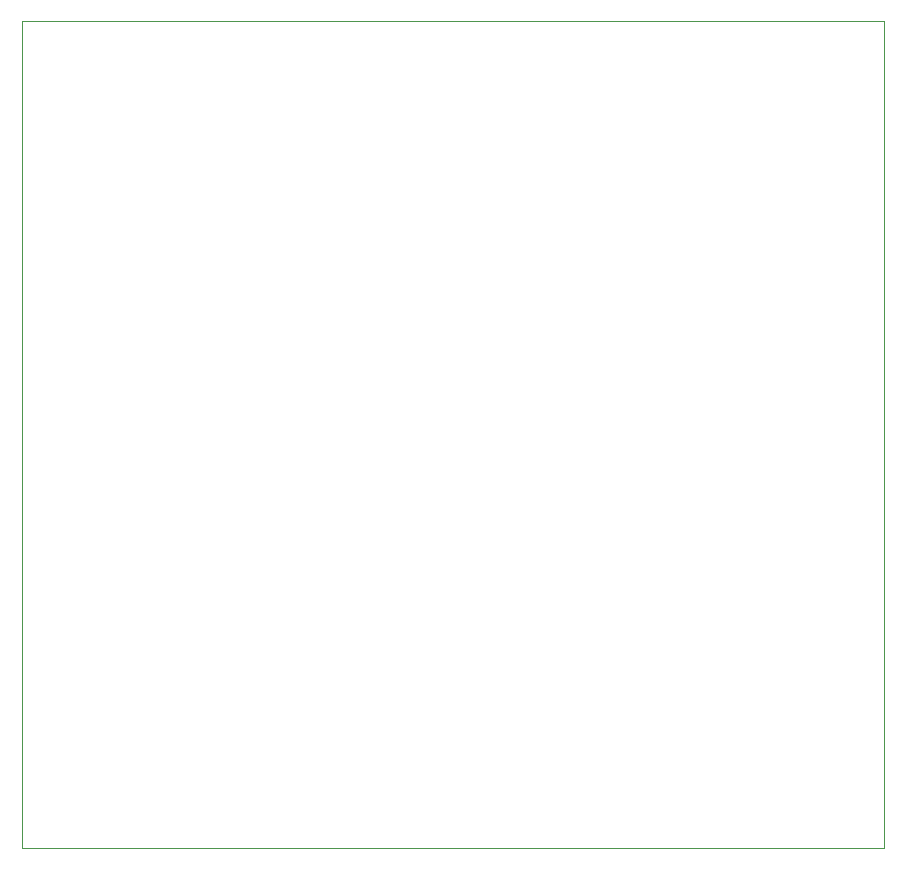
<source format=gbr>
%TF.GenerationSoftware,KiCad,Pcbnew,9.0.6*%
%TF.CreationDate,2025-11-22T19:05:53-06:00*%
%TF.ProjectId,wah,7761682e-6b69-4636-9164-5f7063625858,0.7*%
%TF.SameCoordinates,Original*%
%TF.FileFunction,Profile,NP*%
%FSLAX46Y46*%
G04 Gerber Fmt 4.6, Leading zero omitted, Abs format (unit mm)*
G04 Created by KiCad (PCBNEW 9.0.6) date 2025-11-22 19:05:53*
%MOMM*%
%LPD*%
G01*
G04 APERTURE LIST*
%TA.AperFunction,Profile*%
%ADD10C,0.100000*%
%TD*%
G04 APERTURE END LIST*
D10*
X42470000Y-33155000D02*
X115470000Y-33155000D01*
X115470000Y-103155000D01*
X42470000Y-103155000D01*
X42470000Y-33155000D01*
M02*

</source>
